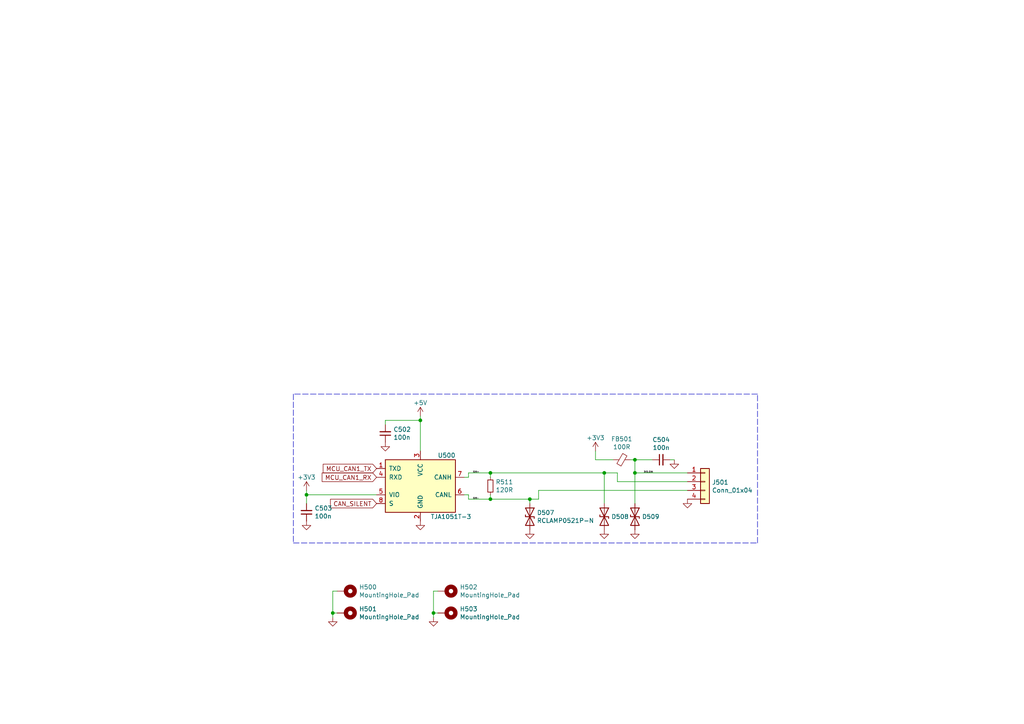
<source format=kicad_sch>
(kicad_sch (version 20211123) (generator eeschema)
  (paper "A4")
  (lib_symbols
    (symbol "BluePhil-rescue:+3.3V-power" (power) (pin_names (offset 0))
      (property "Value" "+3.3V-power" (at 0 3.556 0))
      (symbol "+3.3V-power_0_1"
        (polyline (pts (xy -0.762 1.27) (xy 0 2.54)))
        (polyline (pts (xy 0 0) (xy 0 2.54)))
        (polyline (pts (xy 0 2.54) (xy 0.762 1.27)))
      )
      (symbol "+3.3V-power_1_1"
        (pin power_in line (at 0 0 90) (length 0) hide (name "+3V3") (number "1"))
      )
    )
    (symbol "BluePhil-rescue:Ferrite_Bead_Small-Device" (pin_numbers hide) (pin_names (offset 0))
      (property "Reference" "FB" (at 1.905 1.27 0))
      (property "Value" "Ferrite_Bead_Small-Device" (at 1.905 -1.27 0))
      (symbol "Ferrite_Bead_Small-Device_0_1"
        (polyline (pts (xy 0 -1.27) (xy 0 -0.7874)))
        (polyline (pts (xy 0 0.889) (xy 0 1.2954)))
        (polyline (pts (xy -1.8288 0.2794) (xy -1.1176 1.4986) (xy 1.8288 -0.2032) (xy 1.1176 -1.4224) (xy -1.8288 0.2794)))
      )
      (symbol "Ferrite_Bead_Small-Device_1_1"
        (pin passive line (at 0 2.54 270) (length 1.27) (name "~") (number "1"))
        (pin passive line (at 0 -2.54 90) (length 1.27) (name "~") (number "2"))
      )
    )
    (symbol "Connector_Generic:Conn_01x04" (pin_names (offset 1.016) hide)
      (property "Reference" "J" (at 0 5.08 0))
      (property "Value" "Conn_01x04" (at 0 -7.62 0))
      (symbol "Conn_01x04_1_1"
        (rectangle (start -1.27 -4.953) (end 0 -5.207) (stroke (width 0.1524)))
        (rectangle (start -1.27 -2.413) (end 0 -2.667) (stroke (width 0.1524)))
        (rectangle (start -1.27 0.127) (end 0 -0.127) (stroke (width 0.1524)))
        (rectangle (start -1.27 2.667) (end 0 2.413) (stroke (width 0.1524)))
        (rectangle (start -1.27 3.81) (end 1.27 -6.35) (stroke (width 0.254)) (fill (type background)))
        (pin passive line (at -5.08 2.54 0) (length 3.81) (name "Pin_1") (number "1"))
        (pin passive line (at -5.08 0 0) (length 3.81) (name "Pin_2") (number "2"))
        (pin passive line (at -5.08 -2.54 0) (length 3.81) (name "Pin_3") (number "3"))
        (pin passive line (at -5.08 -5.08 0) (length 3.81) (name "Pin_4") (number "4"))
      )
    )
    (symbol "Device:C_Small" (pin_numbers hide) (pin_names (offset 0.254) hide)
      (property "Reference" "C" (at 0.254 1.778 0))
      (property "Value" "C_Small" (at 0.254 -2.032 0))
      (symbol "C_Small_0_1"
        (polyline (pts (xy -1.524 -0.508) (xy 1.524 -0.508)) (stroke (width 0.3302)))
        (polyline (pts (xy -1.524 0.508) (xy 1.524 0.508)) (stroke (width 0.3048)))
      )
      (symbol "C_Small_1_1"
        (pin passive line (at 0 2.54 270) (length 2.032) (name "~") (number "1"))
        (pin passive line (at 0 -2.54 90) (length 2.032) (name "~") (number "2"))
      )
    )
    (symbol "Device:D_TVS" (pin_numbers hide) (pin_names (offset 1.016) hide)
      (property "Reference" "D" (at 0 2.54 0))
      (property "Value" "D_TVS" (at 0 -2.54 0))
      (symbol "D_TVS_0_1"
        (polyline (pts (xy 1.27 0) (xy -1.27 0)))
        (polyline (pts (xy 0.508 1.27) (xy 0 1.27) (xy 0 -1.27) (xy -0.508 -1.27)) (stroke (width 0.254)))
        (polyline (pts (xy -2.54 1.27) (xy -2.54 -1.27) (xy 2.54 1.27) (xy 2.54 -1.27) (xy -2.54 1.27)) (stroke (width 0.254)))
      )
      (symbol "D_TVS_1_1"
        (pin passive line (at -3.81 0 0) (length 2.54) (name "A1") (number "1"))
        (pin passive line (at 3.81 0 180) (length 2.54) (name "A2") (number "2"))
      )
    )
    (symbol "Device:R_Small" (pin_numbers hide) (pin_names (offset 0.254) hide)
      (property "Reference" "R" (at 0.762 0.508 0))
      (property "Value" "R_Small" (at 0.762 -1.016 0))
      (symbol "R_Small_0_1"
        (rectangle (start -0.762 1.778) (end 0.762 -1.778) (stroke (width 0.2032)))
      )
      (symbol "R_Small_1_1"
        (pin passive line (at 0 2.54 270) (length 0.762) (name "~") (number "1"))
        (pin passive line (at 0 -2.54 90) (length 0.762) (name "~") (number "2"))
      )
    )
    (symbol "Interface_CAN_LIN:TJA1051T-3" (pin_names (offset 1.016))
      (property "Reference" "U" (at -10.16 8.89 0))
      (property "Value" "TJA1051T-3" (at 1.27 8.89 0))
      (symbol "TJA1051T-3_0_1"
        (rectangle (start -10.16 7.62) (end 10.16 -7.62) (stroke (width 0.254)) (fill (type background)))
      )
      (symbol "TJA1051T-3_1_1"
        (pin input line (at -12.7 5.08 0) (length 2.54) (name "TXD") (number "1"))
        (pin power_in line (at 0 -10.16 90) (length 2.54) (name "GND") (number "2"))
        (pin power_in line (at 0 10.16 270) (length 2.54) (name "VCC") (number "3"))
        (pin output line (at -12.7 2.54 0) (length 2.54) (name "RXD") (number "4"))
        (pin power_in line (at -12.7 -2.54 0) (length 2.54) (name "VIO") (number "5"))
        (pin bidirectional line (at 12.7 -2.54 180) (length 2.54) (name "CANL") (number "6"))
        (pin bidirectional line (at 12.7 2.54 180) (length 2.54) (name "CANH") (number "7"))
        (pin input line (at -12.7 -5.08 0) (length 2.54) (name "S") (number "8"))
      )
    )
    (symbol "Mechanical:MountingHole_Pad" (pin_numbers hide) (pin_names (offset 1.016) hide)
      (property "Reference" "H" (at 0 6.35 0))
      (property "Value" "MountingHole_Pad" (at 0 4.445 0))
      (symbol "MountingHole_Pad_0_1"
        (circle (center 0 1.27) (radius 1.27) (stroke (width 1.27)))
      )
      (symbol "MountingHole_Pad_1_1"
        (pin input line (at 0 -2.54 90) (length 2.54) (name "1") (number "1"))
      )
    )
    (symbol "power:+5V" (power) (pin_names (offset 0))
      (property "Value" "+5V" (at 0 3.556 0))
      (symbol "+5V_0_1"
        (polyline (pts (xy -0.762 1.27) (xy 0 2.54)))
        (polyline (pts (xy 0 0) (xy 0 2.54)))
        (polyline (pts (xy 0 2.54) (xy 0.762 1.27)))
      )
      (symbol "+5V_1_1"
        (pin power_in line (at 0 0 90) (length 0) hide (name "+5V") (number "1"))
      )
    )
    (symbol "power:GND" (power) (pin_names (offset 0))
      (property "Value" "GND" (at 0 -3.81 0))
      (symbol "GND_0_1"
        (polyline (pts (xy 0 0) (xy 0 -1.27) (xy 1.27 -1.27) (xy 0 -2.54) (xy -1.27 -1.27) (xy 0 -1.27)))
      )
      (symbol "GND_1_1"
        (pin power_in line (at 0 0 270) (length 0) hide (name "GND") (number "1"))
      )
    )
  )
  (junction (at 121.92 121.92))
  (junction (at 96.52 177.8))
  (junction (at 142.24 144.78))
  (junction (at 88.9 143.51))
  (junction (at 184.15 133.35))
  (junction (at 184.15 137.16))
  (junction (at 142.24 137.16))
  (junction (at 153.67 144.78))
  (junction (at 125.73 177.8))
  (junction (at 175.26 137.16))
  (wire (pts (xy 182.88 133.35) (xy 184.15 133.35)))
  (polyline (pts (xy 85.09 114.3) (xy 85.09 157.48)))
  (wire (pts (xy 179.07 139.7) (xy 179.07 137.16)))
  (wire (pts (xy 179.07 137.16) (xy 175.26 137.16)))
  (wire (pts (xy 153.67 146.05) (xy 153.67 144.78)))
  (wire (pts (xy 88.9 143.51) (xy 109.22 143.51)))
  (polyline (pts (xy 85.09 157.48) (xy 219.71 157.48)))
  (wire (pts (xy 184.15 133.35) (xy 184.15 137.16)))
  (wire (pts (xy 156.21 142.24) (xy 156.21 144.78)))
  (wire (pts (xy 88.9 146.05) (xy 88.9 143.51)))
  (wire (pts (xy 97.79 177.8) (xy 96.52 177.8)))
  (wire (pts (xy 179.07 139.7) (xy 199.39 139.7)))
  (wire (pts (xy 88.9 143.51) (xy 88.9 142.24)))
  (wire (pts (xy 156.21 144.78) (xy 153.67 144.78)))
  (wire (pts (xy 125.73 177.8) (xy 125.73 171.45)))
  (wire (pts (xy 195.58 133.35) (xy 194.31 133.35)))
  (polyline (pts (xy 219.71 157.48) (xy 219.71 114.3)))
  (wire (pts (xy 135.89 138.43) (xy 134.62 138.43)))
  (wire (pts (xy 121.92 120.65) (xy 121.92 121.92)))
  (wire (pts (xy 134.62 143.51) (xy 135.89 143.51)))
  (wire (pts (xy 142.24 138.43) (xy 142.24 137.16)))
  (wire (pts (xy 184.15 137.16) (xy 199.39 137.16)))
  (wire (pts (xy 96.52 179.07) (xy 96.52 177.8)))
  (wire (pts (xy 135.89 144.78) (xy 142.24 144.78)))
  (polyline (pts (xy 219.71 114.3) (xy 85.09 114.3)))
  (wire (pts (xy 135.89 143.51) (xy 135.89 144.78)))
  (wire (pts (xy 142.24 137.16) (xy 135.89 137.16)))
  (wire (pts (xy 125.73 179.07) (xy 125.73 177.8)))
  (wire (pts (xy 189.23 133.35) (xy 184.15 133.35)))
  (wire (pts (xy 135.89 137.16) (xy 135.89 138.43)))
  (wire (pts (xy 111.76 121.92) (xy 111.76 123.19)))
  (wire (pts (xy 142.24 137.16) (xy 175.26 137.16)))
  (wire (pts (xy 156.21 142.24) (xy 199.39 142.24)))
  (wire (pts (xy 96.52 171.45) (xy 97.79 171.45)))
  (wire (pts (xy 127 177.8) (xy 125.73 177.8)))
  (wire (pts (xy 175.26 137.16) (xy 175.26 146.05)))
  (wire (pts (xy 172.72 130.81) (xy 172.72 133.35)))
  (wire (pts (xy 172.72 133.35) (xy 177.8 133.35)))
  (wire (pts (xy 125.73 171.45) (xy 127 171.45)))
  (wire (pts (xy 184.15 146.05) (xy 184.15 137.16)))
  (wire (pts (xy 142.24 144.78) (xy 142.24 143.51)))
  (wire (pts (xy 96.52 177.8) (xy 96.52 171.45)))
  (wire (pts (xy 153.67 144.78) (xy 142.24 144.78)))
  (wire (pts (xy 121.92 130.81) (xy 121.92 121.92)))
  (wire (pts (xy 121.92 121.92) (xy 111.76 121.92)))
  (label "CAN+" (at 137.16 137.16 0) (effects (font (size 0.4064 0.4064))))
  (label "CAN-" (at 137.16 144.78 0) (effects (font (size 0.4064 0.4064))))
  (label "3V3_CAN" (at 186.69 137.16 0) (effects (font (size 0.4064 0.4064))))
  (global_label "MCU_CAN1_RX" (shape input) (at 109.22 138.43 180) (property "Intersheet References" "${INTERSHEET_REFS}" (effects hide)))
  (global_label "CAN_SILENT" (shape input) (at 109.22 146.05 180) (property "Intersheet References" "${INTERSHEET_REFS}" (effects hide)))
  (global_label "MCU_CAN1_TX" (shape input) (at 109.22 135.89 180) (property "Intersheet References" "${INTERSHEET_REFS}" (effects hide)))
  (symbol (lib_id "Interface_CAN_LIN:TJA1051T-3") (at 121.92 140.97 0) (unit 1)
    (property "Reference" "U500" (at 129.54 132.08 0))
    (property "Value" "TJA1051T-3" (at 130.81 149.86 0))
    (property "Footprint" "Package_SO:SOIC-8_3.9x4.9mm_P1.27mm" (effects hide))
    (property "Datasheet" "http://www.nxp.com/documents/data_sheet/TJA1051.pdf" (effects hide))
    (property "LCSC Part #" "C38695" (effects hide))
  )
  (symbol (lib_id "power:GND") (at 121.92 151.13 0) (unit 1)
    (property "Reference" "#PWR058" (effects hide))
    (property "Value" "GND" (effects hide))
  )
  (symbol (lib_id "Device:C_Small") (at 88.9 148.59 180) (unit 1)
    (property "Reference" "C503" (at 91.2368 147.4216 0) (effects (justify right)))
    (property "Value" "100n" (at 91.2368 149.733 0) (effects (justify right)))
    (property "Footprint" "Capacitor_SMD:C_0402_1005Metric" (effects hide))
    (property "LCSC Part #" "C1525" (effects hide))
  )
  (symbol (lib_id "Device:C_Small") (at 111.76 125.73 180) (unit 1)
    (property "Reference" "C502" (at 114.0968 124.5616 0) (effects (justify right)))
    (property "Value" "100n" (at 114.0968 126.873 0) (effects (justify right)))
    (property "Footprint" "Capacitor_SMD:C_0402_1005Metric" (effects hide))
    (property "LCSC Part #" "C1525" (effects hide))
  )
  (symbol (lib_id "power:GND") (at 111.76 128.27 0) (unit 1)
    (property "Reference" "#PWR052" (effects hide))
    (property "Value" "GND" (effects hide))
  )
  (symbol (lib_id "BluePhil-rescue:+3.3V-power") (at 88.9 142.24 0) (unit 1)
    (property "Reference" "#PWR055" (effects hide))
    (property "Value" "+3.3V" (at 88.9 138.43 0))
  )
  (symbol (lib_id "Device:R_Small") (at 142.24 140.97 0) (unit 1)
    (property "Reference" "R511" (at 143.7386 139.8016 0) (effects (justify left)))
    (property "Value" "120R" (at 143.7386 142.113 0) (effects (justify left)))
    (property "Footprint" "Resistor_SMD:R_0402_1005Metric" (effects hide))
    (property "LCSC Part #" "C25079" (effects hide))
  )
  (symbol (lib_id "power:GND") (at 88.9 151.13 0) (unit 1)
    (property "Reference" "#PWR057" (effects hide))
    (property "Value" "GND" (effects hide))
  )
  (symbol (lib_id "power:+5V") (at 121.92 120.65 0) (unit 1)
    (property "Reference" "#PWR051" (effects hide))
    (property "Value" "+5V" (at 121.92 116.84 0))
  )
  (symbol (lib_id "Mechanical:MountingHole_Pad") (at 100.33 177.8 270) (unit 1)
    (property "Reference" "H501" (at 104.14 176.6316 90) (effects (justify left)))
    (property "Value" "MountingHole_Pad" (at 104.14 178.943 90) (effects (justify left)))
    (property "Footprint" "MountingHole:MountingHole_3.2mm_M3_Pad_Via" (effects hide))
  )
  (symbol (lib_id "Mechanical:MountingHole_Pad") (at 100.33 171.45 270) (unit 1)
    (property "Reference" "H500" (at 104.14 170.2816 90) (effects (justify left)))
    (property "Value" "MountingHole_Pad" (at 104.14 172.593 90) (effects (justify left)))
    (property "Footprint" "MountingHole:MountingHole_3.2mm_M3_Pad_Via" (effects hide))
  )
  (symbol (lib_id "Mechanical:MountingHole_Pad") (at 129.54 171.45 270) (unit 1)
    (property "Reference" "H502" (at 133.35 170.2816 90) (effects (justify left)))
    (property "Value" "MountingHole_Pad" (at 133.35 172.593 90) (effects (justify left)))
    (property "Footprint" "MountingHole:MountingHole_3.2mm_M3_Pad_Via" (effects hide))
  )
  (symbol (lib_id "Mechanical:MountingHole_Pad") (at 129.54 177.8 270) (unit 1)
    (property "Reference" "H503" (at 133.35 176.6316 90) (effects (justify left)))
    (property "Value" "MountingHole_Pad" (at 133.35 178.943 90) (effects (justify left)))
    (property "Footprint" "MountingHole:MountingHole_3.2mm_M3_Pad_Via" (effects hide))
  )
  (symbol (lib_id "power:GND") (at 125.73 179.07 0) (unit 1)
    (property "Reference" "#PWR0102" (effects hide))
    (property "Value" "GND" (effects hide))
  )
  (symbol (lib_id "power:GND") (at 96.52 179.07 0) (unit 1)
    (property "Reference" "#PWR0103" (effects hide))
    (property "Value" "GND" (effects hide))
  )
  (symbol (lib_id "Device:D_TVS") (at 153.67 149.86 270) (unit 1)
    (property "Reference" "D507" (at 155.702 148.6916 90) (effects (justify left)))
    (property "Value" "RCLAMP0521P-N" (at 155.702 151.003 90) (effects (justify left)))
    (property "Footprint" "Diode_SMD:D_0402_1005Metric" (effects hide))
    (property "LCSC Part #" "C316043" (effects hide))
  )
  (symbol (lib_id "power:GND") (at 153.67 153.67 0) (unit 1)
    (property "Reference" "#PWR059" (effects hide))
    (property "Value" "GND" (effects hide))
  )
  (symbol (lib_id "Device:D_TVS") (at 175.26 149.86 270) (unit 1)
    (property "Reference" "D508" (at 177.292 149.86 90) (effects (justify left)))
    (property "Value" "RCLAMP0521P-N" (effects hide))
    (property "Footprint" "Diode_SMD:D_0402_1005Metric" (effects hide))
    (property "LCSC Part #" "C316043" (effects hide))
  )
  (symbol (lib_id "power:GND") (at 175.26 153.67 0) (unit 1)
    (property "Reference" "#PWR060" (effects hide))
    (property "Value" "GND" (effects hide))
  )
  (symbol (lib_id "Connector_Generic:Conn_01x04") (at 204.47 139.7 0) (unit 1)
    (property "Reference" "J501" (at 206.502 139.9032 0) (effects (justify left)))
    (property "Value" "Conn_01x04" (at 206.502 142.2146 0) (effects (justify left)))
    (property "Footprint" "Connector_PinHeader_2.54mm:PinHeader_1x04_P2.54mm_Vertical" (effects hide))
  )
  (symbol (lib_id "Device:D_TVS") (at 184.15 149.86 270) (unit 1)
    (property "Reference" "D509" (at 186.182 149.86 90) (effects (justify left)))
    (property "Value" "RCLAMP0521P-N" (effects hide))
    (property "Footprint" "Diode_SMD:D_0402_1005Metric" (effects hide))
    (property "LCSC Part #" "C316043" (effects hide))
  )
  (symbol (lib_id "power:GND") (at 184.15 153.67 0) (unit 1)
    (property "Reference" "#PWR061" (effects hide))
    (property "Value" "GND" (effects hide))
  )
  (symbol (lib_id "BluePhil-rescue:+3.3V-power") (at 172.72 130.81 0) (unit 1)
    (property "Reference" "#PWR053" (effects hide))
    (property "Value" "+3.3V" (at 172.72 127 0))
  )
  (symbol (lib_id "Device:C_Small") (at 191.77 133.35 90) (unit 1)
    (property "Reference" "C504" (at 191.77 127.5334 90))
    (property "Value" "100n" (at 191.77 129.8448 90))
    (property "Footprint" "Capacitor_SMD:C_0402_1005Metric" (effects hide))
    (property "LCSC Part #" "C1525" (effects hide))
  )
  (symbol (lib_id "power:GND") (at 195.58 133.35 0) (unit 1)
    (property "Reference" "#PWR054" (effects hide))
    (property "Value" "GND" (effects hide))
  )
  (symbol (lib_id "power:GND") (at 199.39 144.78 0) (unit 1)
    (property "Reference" "#PWR056" (effects hide))
    (property "Value" "GND" (effects hide))
  )
  (symbol (lib_id "BluePhil-rescue:Ferrite_Bead_Small-Device") (at 180.34 133.35 270) (unit 1)
    (property "Reference" "FB501" (at 180.34 127.3302 90))
    (property "Value" "100R" (at 180.34 129.6416 90))
    (property "Footprint" "Inductor_SMD:L_0603_1608Metric" (effects hide))
    (property "LCSC Part #" "C1002" (effects hide))
  )
)
</source>
